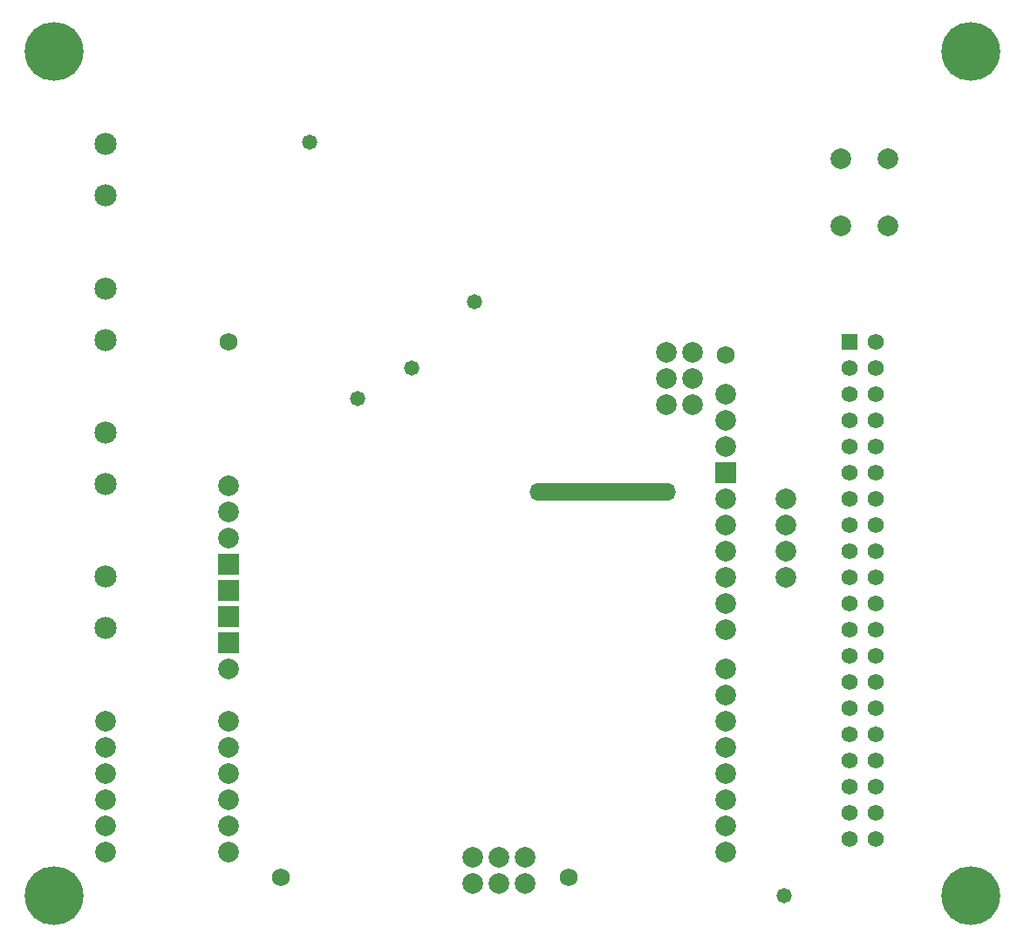
<source format=gbr>
%TF.GenerationSoftware,Altium Limited,Altium Designer,21.8.1 (53)*%
G04 Layer_Color=8388736*
%FSLAX43Y43*%
%MOMM*%
%TF.SameCoordinates,E96829AD-C41B-4C4D-B55E-E99DFAFB1E42*%
%TF.FilePolarity,Negative*%
%TF.FileFunction,Soldermask,Top*%
%TF.Part,Single*%
G01*
G75*
%TA.AperFunction,ComponentPad*%
%ADD23C,1.727*%
%ADD24C,2.003*%
%ADD25O,14.203X1.727*%
%ADD26R,2.003X2.003*%
%ADD27R,1.573X1.573*%
%ADD28C,1.573*%
%TA.AperFunction,ViaPad*%
%ADD29C,5.703*%
%TA.AperFunction,ComponentPad*%
%ADD30C,2.153*%
%TA.AperFunction,ViaPad*%
%ADD31C,1.473*%
D23*
X54020Y5795D02*
D03*
X26080D02*
D03*
X69260Y56555D02*
D03*
X21000Y57825D02*
D03*
D24*
X44710Y5195D02*
D03*
Y7735D02*
D03*
X47250D02*
D03*
X49790D02*
D03*
Y5195D02*
D03*
X69250Y8295D02*
D03*
Y10835D02*
D03*
Y13375D02*
D03*
Y15915D02*
D03*
Y18455D02*
D03*
Y20995D02*
D03*
Y23535D02*
D03*
Y26075D02*
D03*
X63460Y56795D02*
D03*
X66000D02*
D03*
X63460Y54255D02*
D03*
X66000D02*
D03*
Y51715D02*
D03*
X63460D02*
D03*
X21000Y8295D02*
D03*
Y43855D02*
D03*
Y41315D02*
D03*
Y38775D02*
D03*
Y26075D02*
D03*
Y20995D02*
D03*
Y18455D02*
D03*
Y15915D02*
D03*
Y13375D02*
D03*
Y10835D02*
D03*
X69250Y52745D02*
D03*
Y50205D02*
D03*
Y47665D02*
D03*
Y42585D02*
D03*
Y40045D02*
D03*
Y37505D02*
D03*
Y34965D02*
D03*
Y32425D02*
D03*
Y29885D02*
D03*
X47250Y5195D02*
D03*
X80435Y69088D02*
D03*
Y75588D02*
D03*
X84935Y69088D02*
D03*
Y75588D02*
D03*
X9000Y20995D02*
D03*
Y18455D02*
D03*
Y15915D02*
D03*
Y13375D02*
D03*
Y10835D02*
D03*
Y8295D02*
D03*
X75050Y34965D02*
D03*
Y37505D02*
D03*
Y40045D02*
D03*
Y42585D02*
D03*
D25*
X57290Y43195D02*
D03*
D26*
X21000Y36235D02*
D03*
Y31155D02*
D03*
Y28615D02*
D03*
Y33695D02*
D03*
X69250Y45125D02*
D03*
D27*
X81250Y57825D02*
D03*
D28*
X83790D02*
D03*
X81250Y55285D02*
D03*
X83790D02*
D03*
X81250Y52745D02*
D03*
X83790D02*
D03*
X81250Y50205D02*
D03*
X83790D02*
D03*
X81250Y47665D02*
D03*
X83790D02*
D03*
X81250Y45125D02*
D03*
X83790D02*
D03*
X81250Y42585D02*
D03*
X83790D02*
D03*
X81250Y40045D02*
D03*
X83790D02*
D03*
X81250Y37505D02*
D03*
X83790D02*
D03*
X81250Y34965D02*
D03*
X83790D02*
D03*
X81250Y32425D02*
D03*
X83790D02*
D03*
X81250Y29885D02*
D03*
X83790D02*
D03*
X81250Y27345D02*
D03*
X83790D02*
D03*
X81250Y24805D02*
D03*
X83790D02*
D03*
X81250Y22265D02*
D03*
X83790D02*
D03*
X81250Y19725D02*
D03*
X83790D02*
D03*
X81250Y17185D02*
D03*
X83790D02*
D03*
X81250Y14645D02*
D03*
X83790D02*
D03*
X81250Y12105D02*
D03*
X83790D02*
D03*
X81250Y9565D02*
D03*
X83790D02*
D03*
D29*
X4000Y86000D02*
D03*
X93000D02*
D03*
Y4000D02*
D03*
X4000D02*
D03*
D30*
X9000Y57995D02*
D03*
Y62995D02*
D03*
Y71995D02*
D03*
Y76995D02*
D03*
Y43995D02*
D03*
Y48995D02*
D03*
Y29995D02*
D03*
Y34995D02*
D03*
D31*
X28829Y77216D02*
D03*
X44831Y61722D02*
D03*
X38735Y55245D02*
D03*
X33528Y52324D02*
D03*
X74930Y4010D02*
D03*
%TF.MD5,2778b4928d69f294ebadc5e0ffd5d127*%
M02*

</source>
